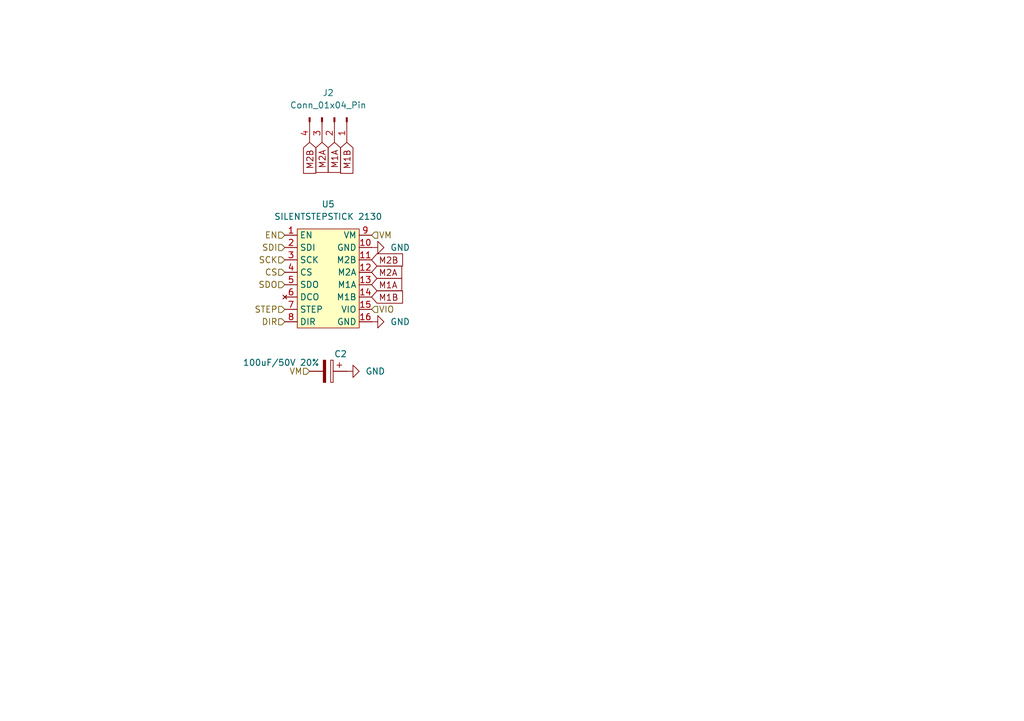
<source format=kicad_sch>
(kicad_sch (version 20250114) (generator "eeschema") (generator_version "9.0")
  (paper "A5")
  (lib_symbols
    (symbol "Connector:Conn_01x04_Pin" (pin_names (offset 1.016) (hide yes))
      (property "Reference" "J" (at 0 5.08 0))
      (property "Value" "Conn_01x04_Pin" (at 0 -7.62 0))
      (symbol "Conn_01x04_Pin_1_1"
        (rectangle (start 0.8636 2.667) (end 0 2.413) (stroke (width 0.1524)) (fill (type outline)))
        (rectangle (start 0.8636 0.127) (end 0 -0.127) (stroke (width 0.1524)) (fill (type outline)))
        (rectangle (start 0.8636 -2.413) (end 0 -2.667) (stroke (width 0.1524)) (fill (type outline)))
        (rectangle (start 0.8636 -4.953) (end 0 -5.207) (stroke (width 0.1524)) (fill (type outline)))
        (polyline (pts (xy 1.27 2.54) (xy 0.8636 2.54)) (stroke (width 0.1524)))
        (polyline (pts (xy 1.27 0) (xy 0.8636 0)) (stroke (width 0.1524)))
        (polyline (pts (xy 1.27 -2.54) (xy 0.8636 -2.54)) (stroke (width 0.1524)))
        (polyline (pts (xy 1.27 -5.08) (xy 0.8636 -5.08)) (stroke (width 0.1524)))
        (pin passive line (at 5.08 2.54 180) (length 3.81) (name "Pin_1") (number "1"))
        (pin passive line (at 5.08 0 180) (length 3.81) (name "Pin_2") (number "2"))
        (pin passive line (at 5.08 -2.54 180) (length 3.81) (name "Pin_3") (number "3"))
        (pin passive line (at 5.08 -5.08 180) (length 3.81) (name "Pin_4") (number "4"))
      )
    )
    (symbol "Custom Symbols:SILENTSTEPSTICK"
      (property "Reference" "U" (at 0 24.384 0))
      (property "Value" "SILENTSTEPSTICK 2130" (at 0.508 22.352 0))
      (symbol "SILENTSTEPSTICK_0_0"
        (pin input line (at -8.89 19.05 0) (length 2.54) (name "EN") (number "1"))
        (pin input line (at -8.89 16.51 0) (length 2.54) (name "SDI") (number "2"))
        (pin input line (at -8.89 13.97 0) (length 2.54) (name "SCK") (number "3"))
        (pin input line (at -8.89 11.43 0) (length 2.54) (name "CS") (number "4"))
        (pin output line (at -8.89 8.89 0) (length 2.54) (name "SDO") (number "5"))
        (pin no_connect line (at -8.89 6.35 0) (length 2.54) (name "DCO") (number "6"))
        (pin input line (at -8.89 3.81 0) (length 2.54) (name "STEP") (number "7"))
        (pin input line (at -8.89 1.27 0) (length 2.54) (name "DIR") (number "8"))
        (pin power_in line (at 8.89 19.05 180) (length 2.54) (name "VM") (number "9"))
        (pin input line (at 8.89 16.51 180) (length 2.54) (name "GND") (number "10"))
        (pin output line (at 8.89 13.97 180) (length 2.54) (name "M2B") (number "11"))
        (pin output line (at 8.89 11.43 180) (length 2.54) (name "M2A") (number "12"))
        (pin output line (at 8.89 8.89 180) (length 2.54) (name "M1A") (number "13"))
        (pin output line (at 8.89 6.35 180) (length 2.54) (name "M1B") (number "14"))
        (pin power_in line (at 8.89 3.81 180) (length 2.54) (name "VIO") (number "15"))
        (pin input line (at 8.89 1.27 180) (length 2.54) (name "GND") (number "16"))
      )
      (symbol "SILENTSTEPSTICK_1_1"
        (rectangle (start -6.35 20.32) (end 6.35 0) (fill (type background)))
      )
    )
    (symbol "Device:C_Polarized" (pin_numbers (hide yes)) (pin_names (offset 0.254))
      (property "Reference" "C" (at 0.635 2.54 0))
      (property "Value" "C_Polarized" (at 0.635 -2.54 0))
      (symbol "C_Polarized_0_1"
        (rectangle (start -2.286 0.508) (end 2.286 1.016))
        (polyline (pts (xy -1.778 2.286) (xy -0.762 2.286)))
        (polyline (pts (xy -1.27 2.794) (xy -1.27 1.778)))
        (rectangle (start 2.286 -0.508) (end -2.286 -1.016) (fill (type outline)))
      )
      (symbol "C_Polarized_1_1"
        (pin passive line (at 0 3.81 270) (length 2.794) (name "~") (number "1"))
        (pin passive line (at 0 -3.81 90) (length 2.794) (name "~") (number "2"))
      )
    )
    (symbol "power:GND" (power) (pin_numbers (hide yes)) (pin_names (offset 0) (hide yes))
      (property "Value" "GND" (at 0 -3.81 0))
      (symbol "GND_0_1"
        (polyline (pts (xy 0 0) (xy 0 -1.27) (xy 1.27 -1.27) (xy 0 -2.54) (xy -1.27 -1.27) (xy 0 -1.27)))
      )
      (symbol "GND_1_1"
        (pin power_in line (at 0 0 270) (length 0) (name "~") (number "1"))
      )
    )
  )
  (global_label "M1A" (shape input) (at 68.58 29.21 270) (property "Intersheetrefs" "${INTERSHEET_REFS}" (effects (hide yes))))
  (global_label "M1B" (shape input) (at 76.2 60.96 0) (property "Intersheetrefs" "${INTERSHEET_REFS}" (effects (hide yes))))
  (global_label "M2B" (shape input) (at 76.2 53.34 0) (property "Intersheetrefs" "${INTERSHEET_REFS}" (effects (hide yes))))
  (global_label "M2A" (shape input) (at 66.04 29.21 270) (property "Intersheetrefs" "${INTERSHEET_REFS}" (effects (hide yes))))
  (global_label "M1B" (shape input) (at 71.12 29.21 270) (property "Intersheetrefs" "${INTERSHEET_REFS}" (effects (hide yes))))
  (global_label "M2A" (shape input) (at 76.2 55.88 0) (property "Intersheetrefs" "${INTERSHEET_REFS}" (effects (hide yes))))
  (global_label "M2B" (shape input) (at 63.5 29.21 270) (property "Intersheetrefs" "${INTERSHEET_REFS}" (effects (hide yes))))
  (global_label "M1A" (shape input) (at 76.2 58.42 0) (property "Intersheetrefs" "${INTERSHEET_REFS}" (effects (hide yes))))
  (hierarchical_label "EN" (shape input) (at 58.42 48.26 180))
  (hierarchical_label "SDO" (shape input) (at 58.42 58.42 180))
  (hierarchical_label "SDI" (shape input) (at 58.42 50.8 180))
  (hierarchical_label "DIR" (shape input) (at 58.42 66.04 180))
  (hierarchical_label "CS" (shape input) (at 58.42 55.88 180))
  (hierarchical_label "VM" (shape input) (at 63.5 76.2 180))
  (hierarchical_label "STEP" (shape input) (at 58.42 63.5 180))
  (hierarchical_label "VM" (shape input) (at 76.2 48.26 0))
  (hierarchical_label "VIO" (shape input) (at 76.2 63.5 0))
  (hierarchical_label "SCK" (shape input) (at 58.42 53.34 180))
  (symbol (lib_id "Device:C_Polarized") (at 67.31 76.2 270) (unit 1)
    (property "Reference" "C2" (at 69.85 72.644 90))
    (property "Value" "100uF/50V 20%" (at 57.658 74.422 90))
    (property "Footprint" "Capacitor_THT:CP_Radial_D8.0mm_P3.50mm" (effects (hide yes)))
    (property "Description" "Polarized capacitor" (effects (hide yes)))
  )
  (symbol (lib_id "power:GND") (at 71.12 76.2 90) (unit 1)
    (property "Reference" "#PWR07" (effects (hide yes)))
    (property "Value" "GND" (at 74.93 76.1999 90) (effects (justify right)))
    (property "Description" "Power symbol creates a global label with name \"GND\" , ground" (effects (hide yes)))
  )
  (symbol (lib_id "power:GND") (at 76.2 66.04 90) (mirror x) (unit 1)
    (property "Reference" "#PWR09" (effects (hide yes)))
    (property "Value" "GND" (at 80.01 66.0401 90) (effects (justify right)))
    (property "Description" "Power symbol creates a global label with name \"GND\" , ground" (effects (hide yes)))
  )
  (symbol (lib_id "Connector:Conn_01x04_Pin") (at 68.58 24.13 270) (unit 1)
    (property "Reference" "J2" (at 67.31 19.05 90))
    (property "Value" "Conn_01x04_Pin" (at 67.31 21.59 90))
    (property "Description" "Generic connector, single row, 01x04, script generated" (effects (hide yes)))
  )
  (symbol (lib_id "power:GND") (at 76.2 50.8 90) (mirror x) (unit 1)
    (property "Reference" "#PWR05" (effects (hide yes)))
    (property "Value" "GND" (at 80.01 50.8001 90) (effects (justify right)))
    (property "Description" "Power symbol creates a global label with name \"GND\" , ground" (effects (hide yes)))
  )
  (symbol (lib_id "Custom Symbols:SILENTSTEPSTICK") (at 67.31 67.31 0) (unit 1)
    (property "Reference" "U5" (at 67.31 41.91 0))
    (property "Value" "SILENTSTEPSTICK 2130" (at 67.31 44.45 0))
    (property "Description" "TMC2130" (effects (hide yes)))
    (property "Digikey Link" "https://www.digikey.ch/en/products/detail/analog-devices-inc-maxim-integrated/TMCSILENTSTEPSTICK-SPI/6572861?s=N4IgTCBcDaIKwAY4FoAqBZAwgZQJIBkBRAOVW1UIAVzdMBpbS3ZYgERAF0BfIA" (effects (hide yes)))
    (property "Digikey PartN" "TMCSILENTSTEPSTICK SPI" (effects (hide yes)))
  )
)
</source>
